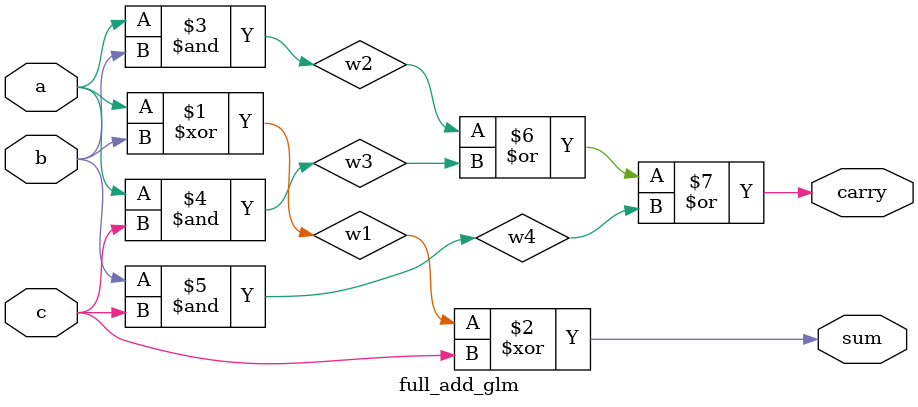
<source format=v>
`timescale 1ns / 1ps


module full_add_glm(input a,b,c,output sum,carry);
wire w1,w2,w3,w4;
xor xor_1(w1,a,b);
xor xor_2(sum,w1,c);
and and_1(w2,a,b);
and and_2(w3,a,c);
and and_3(w4,b,c);
or or_1(carry,w2,w3,w4);
endmodule

</source>
